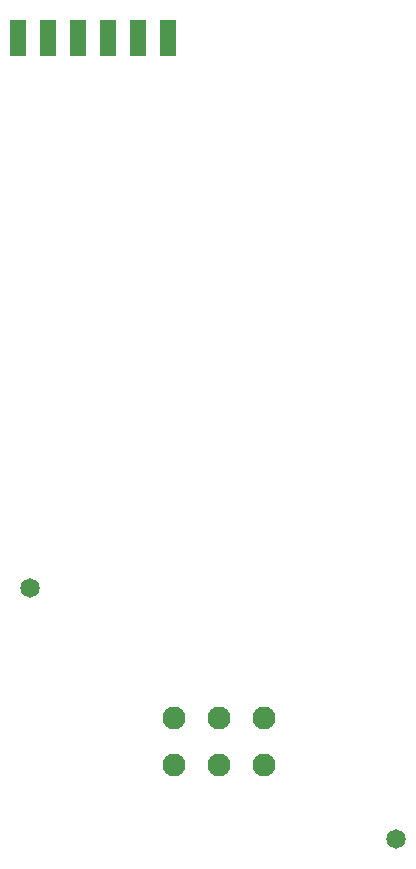
<source format=gbr>
G04 DipTrace 4.0.0.2*
G04 BottomMask.gbr*
%MOIN*%
G04 #@! TF.FileFunction,Soldermask,Bot*
G04 #@! TF.Part,Single*
%ADD21C,0.064961*%
%ADD25C,0.076775*%
%ADD27R,0.05394X0.12205*%
%FSLAX26Y26*%
G04*
G70*
G90*
G75*
G01*
G04 BotMask*
%LPD*%
D27*
X479349Y3155511D3*
X579349D3*
X679349D3*
X779349D3*
X879349D3*
X979349D3*
D25*
X999427Y732578D3*
X1149034D3*
X1298640D3*
Y889665D3*
X1149034D3*
X999427D3*
D21*
X1739585Y488287D3*
X519112Y1322735D3*
M02*

</source>
